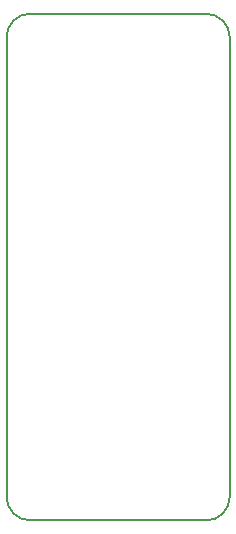
<source format=gbr>
G04 #@! TF.GenerationSoftware,KiCad,Pcbnew,5.1.5-52549c5~84~ubuntu19.10.1*
G04 #@! TF.CreationDate,2020-02-24T20:41:03+02:00*
G04 #@! TF.ProjectId,BRK-TSSOP-24-4.4x7.8-P0.65,42524b2d-5453-4534-9f50-2d32342d342e,v1.0*
G04 #@! TF.SameCoordinates,Original*
G04 #@! TF.FileFunction,Legend,Bot*
G04 #@! TF.FilePolarity,Positive*
%FSLAX46Y46*%
G04 Gerber Fmt 4.6, Leading zero omitted, Abs format (unit mm)*
G04 Created by KiCad (PCBNEW 5.1.5-52549c5~84~ubuntu19.10.1) date 2020-02-24 20:41:03*
%MOMM*%
%LPD*%
G04 APERTURE LIST*
%ADD10C,0.150000*%
G04 APERTURE END LIST*
D10*
X53000000Y-90900000D02*
G75*
G02X51000000Y-88900000I0J2000000D01*
G01*
X69900000Y-88900000D02*
G75*
G02X67900000Y-90900000I-2000000J0D01*
G01*
X67900000Y-48000000D02*
G75*
G02X69900000Y-50000000I0J-2000000D01*
G01*
X51000000Y-50000000D02*
G75*
G02X53000000Y-48000000I2000000J0D01*
G01*
X67900000Y-90900000D02*
X53000000Y-90900000D01*
X69900000Y-50000000D02*
X69900000Y-88900000D01*
X53000000Y-48000000D02*
X67900000Y-48000000D01*
X51000000Y-88900000D02*
X51000000Y-50000000D01*
M02*

</source>
